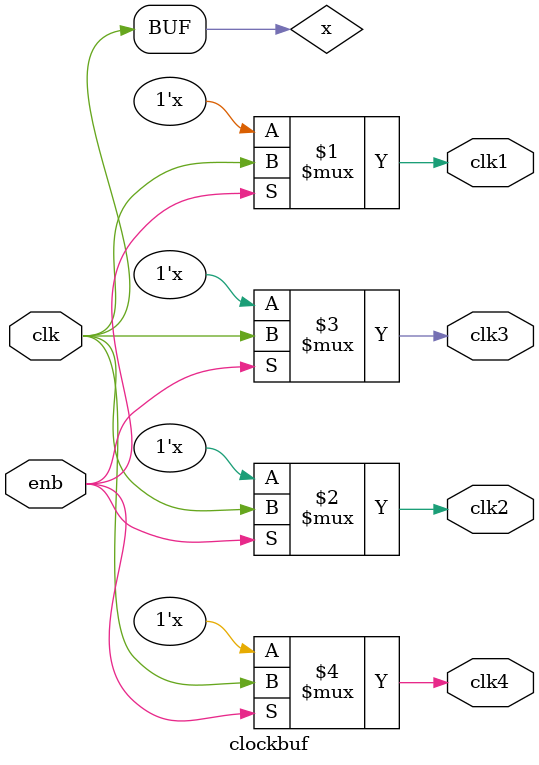
<source format=v>
module clockbuf(input clk,enb,output clk1,clk2,clk3,clk4);
wire x;
buf(x,clk);
bufif1(clk1,x,enb);
bufif1(clk2,x,enb);
bufif1(clk3,x,enb);
bufif1(clk4,x,enb);
endmodule
</source>
